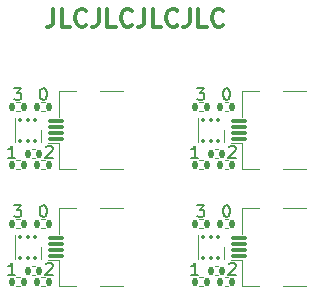
<source format=gto>
G04 #@! TF.GenerationSoftware,KiCad,Pcbnew,7.0.10*
G04 #@! TF.CreationDate,2024-01-04T17:00:18+01:00*
G04 #@! TF.ProjectId,temperature-sensor-2x2,74656d70-6572-4617-9475-72652d73656e,rev?*
G04 #@! TF.SameCoordinates,Original*
G04 #@! TF.FileFunction,Legend,Top*
G04 #@! TF.FilePolarity,Positive*
%FSLAX46Y46*%
G04 Gerber Fmt 4.6, Leading zero omitted, Abs format (unit mm)*
G04 Created by KiCad (PCBNEW 7.0.10) date 2024-01-04 17:00:18*
%MOMM*%
%LPD*%
G01*
G04 APERTURE LIST*
G04 Aperture macros list*
%AMRoundRect*
0 Rectangle with rounded corners*
0 $1 Rounding radius*
0 $2 $3 $4 $5 $6 $7 $8 $9 X,Y pos of 4 corners*
0 Add a 4 corners polygon primitive as box body*
4,1,4,$2,$3,$4,$5,$6,$7,$8,$9,$2,$3,0*
0 Add four circle primitives for the rounded corners*
1,1,$1+$1,$2,$3*
1,1,$1+$1,$4,$5*
1,1,$1+$1,$6,$7*
1,1,$1+$1,$8,$9*
0 Add four rect primitives between the rounded corners*
20,1,$1+$1,$2,$3,$4,$5,0*
20,1,$1+$1,$4,$5,$6,$7,0*
20,1,$1+$1,$6,$7,$8,$9,0*
20,1,$1+$1,$8,$9,$2,$3,0*%
G04 Aperture macros list end*
%ADD10C,0.300000*%
%ADD11C,0.150000*%
%ADD12C,0.120000*%
%ADD13C,0.000000*%
%ADD14C,0.500000*%
%ADD15RoundRect,0.075000X0.575000X-0.075000X0.575000X0.075000X-0.575000X0.075000X-0.575000X-0.075000X0*%
%ADD16R,1.600000X2.000000*%
%ADD17RoundRect,0.135000X-0.135000X-0.185000X0.135000X-0.185000X0.135000X0.185000X-0.135000X0.185000X0*%
%ADD18RoundRect,0.135000X0.135000X0.185000X-0.135000X0.185000X-0.135000X-0.185000X0.135000X-0.185000X0*%
%ADD19RoundRect,0.093750X-0.106250X0.093750X-0.106250X-0.093750X0.106250X-0.093750X0.106250X0.093750X0*%
%ADD20R,1.600000X1.000000*%
%ADD21RoundRect,0.140000X-0.140000X-0.170000X0.140000X-0.170000X0.140000X0.170000X-0.140000X0.170000X0*%
G04 APERTURE END LIST*
D10*
X141571428Y-21678328D02*
X141571428Y-22749757D01*
X141571428Y-22749757D02*
X141499999Y-22964042D01*
X141499999Y-22964042D02*
X141357142Y-23106900D01*
X141357142Y-23106900D02*
X141142856Y-23178328D01*
X141142856Y-23178328D02*
X140999999Y-23178328D01*
X142999999Y-23178328D02*
X142285713Y-23178328D01*
X142285713Y-23178328D02*
X142285713Y-21678328D01*
X144357142Y-23035471D02*
X144285714Y-23106900D01*
X144285714Y-23106900D02*
X144071428Y-23178328D01*
X144071428Y-23178328D02*
X143928571Y-23178328D01*
X143928571Y-23178328D02*
X143714285Y-23106900D01*
X143714285Y-23106900D02*
X143571428Y-22964042D01*
X143571428Y-22964042D02*
X143499999Y-22821185D01*
X143499999Y-22821185D02*
X143428571Y-22535471D01*
X143428571Y-22535471D02*
X143428571Y-22321185D01*
X143428571Y-22321185D02*
X143499999Y-22035471D01*
X143499999Y-22035471D02*
X143571428Y-21892614D01*
X143571428Y-21892614D02*
X143714285Y-21749757D01*
X143714285Y-21749757D02*
X143928571Y-21678328D01*
X143928571Y-21678328D02*
X144071428Y-21678328D01*
X144071428Y-21678328D02*
X144285714Y-21749757D01*
X144285714Y-21749757D02*
X144357142Y-21821185D01*
X145428571Y-21678328D02*
X145428571Y-22749757D01*
X145428571Y-22749757D02*
X145357142Y-22964042D01*
X145357142Y-22964042D02*
X145214285Y-23106900D01*
X145214285Y-23106900D02*
X144999999Y-23178328D01*
X144999999Y-23178328D02*
X144857142Y-23178328D01*
X146857142Y-23178328D02*
X146142856Y-23178328D01*
X146142856Y-23178328D02*
X146142856Y-21678328D01*
X148214285Y-23035471D02*
X148142857Y-23106900D01*
X148142857Y-23106900D02*
X147928571Y-23178328D01*
X147928571Y-23178328D02*
X147785714Y-23178328D01*
X147785714Y-23178328D02*
X147571428Y-23106900D01*
X147571428Y-23106900D02*
X147428571Y-22964042D01*
X147428571Y-22964042D02*
X147357142Y-22821185D01*
X147357142Y-22821185D02*
X147285714Y-22535471D01*
X147285714Y-22535471D02*
X147285714Y-22321185D01*
X147285714Y-22321185D02*
X147357142Y-22035471D01*
X147357142Y-22035471D02*
X147428571Y-21892614D01*
X147428571Y-21892614D02*
X147571428Y-21749757D01*
X147571428Y-21749757D02*
X147785714Y-21678328D01*
X147785714Y-21678328D02*
X147928571Y-21678328D01*
X147928571Y-21678328D02*
X148142857Y-21749757D01*
X148142857Y-21749757D02*
X148214285Y-21821185D01*
X149285714Y-21678328D02*
X149285714Y-22749757D01*
X149285714Y-22749757D02*
X149214285Y-22964042D01*
X149214285Y-22964042D02*
X149071428Y-23106900D01*
X149071428Y-23106900D02*
X148857142Y-23178328D01*
X148857142Y-23178328D02*
X148714285Y-23178328D01*
X150714285Y-23178328D02*
X149999999Y-23178328D01*
X149999999Y-23178328D02*
X149999999Y-21678328D01*
X152071428Y-23035471D02*
X152000000Y-23106900D01*
X152000000Y-23106900D02*
X151785714Y-23178328D01*
X151785714Y-23178328D02*
X151642857Y-23178328D01*
X151642857Y-23178328D02*
X151428571Y-23106900D01*
X151428571Y-23106900D02*
X151285714Y-22964042D01*
X151285714Y-22964042D02*
X151214285Y-22821185D01*
X151214285Y-22821185D02*
X151142857Y-22535471D01*
X151142857Y-22535471D02*
X151142857Y-22321185D01*
X151142857Y-22321185D02*
X151214285Y-22035471D01*
X151214285Y-22035471D02*
X151285714Y-21892614D01*
X151285714Y-21892614D02*
X151428571Y-21749757D01*
X151428571Y-21749757D02*
X151642857Y-21678328D01*
X151642857Y-21678328D02*
X151785714Y-21678328D01*
X151785714Y-21678328D02*
X152000000Y-21749757D01*
X152000000Y-21749757D02*
X152071428Y-21821185D01*
X153142857Y-21678328D02*
X153142857Y-22749757D01*
X153142857Y-22749757D02*
X153071428Y-22964042D01*
X153071428Y-22964042D02*
X152928571Y-23106900D01*
X152928571Y-23106900D02*
X152714285Y-23178328D01*
X152714285Y-23178328D02*
X152571428Y-23178328D01*
X154571428Y-23178328D02*
X153857142Y-23178328D01*
X153857142Y-23178328D02*
X153857142Y-21678328D01*
X155928571Y-23035471D02*
X155857143Y-23106900D01*
X155857143Y-23106900D02*
X155642857Y-23178328D01*
X155642857Y-23178328D02*
X155500000Y-23178328D01*
X155500000Y-23178328D02*
X155285714Y-23106900D01*
X155285714Y-23106900D02*
X155142857Y-22964042D01*
X155142857Y-22964042D02*
X155071428Y-22821185D01*
X155071428Y-22821185D02*
X155000000Y-22535471D01*
X155000000Y-22535471D02*
X155000000Y-22321185D01*
X155000000Y-22321185D02*
X155071428Y-22035471D01*
X155071428Y-22035471D02*
X155142857Y-21892614D01*
X155142857Y-21892614D02*
X155285714Y-21749757D01*
X155285714Y-21749757D02*
X155500000Y-21678328D01*
X155500000Y-21678328D02*
X155642857Y-21678328D01*
X155642857Y-21678328D02*
X155857143Y-21749757D01*
X155857143Y-21749757D02*
X155928571Y-21821185D01*
D11*
X153835714Y-44164819D02*
X153264286Y-44164819D01*
X153550000Y-44164819D02*
X153550000Y-43164819D01*
X153550000Y-43164819D02*
X153454762Y-43307676D01*
X153454762Y-43307676D02*
X153359524Y-43402914D01*
X153359524Y-43402914D02*
X153264286Y-43450533D01*
X138335714Y-44164819D02*
X137764286Y-44164819D01*
X138050000Y-44164819D02*
X138050000Y-43164819D01*
X138050000Y-43164819D02*
X137954762Y-43307676D01*
X137954762Y-43307676D02*
X137859524Y-43402914D01*
X137859524Y-43402914D02*
X137764286Y-43450533D01*
X156172381Y-38279819D02*
X156267619Y-38279819D01*
X156267619Y-38279819D02*
X156362857Y-38327438D01*
X156362857Y-38327438D02*
X156410476Y-38375057D01*
X156410476Y-38375057D02*
X156458095Y-38470295D01*
X156458095Y-38470295D02*
X156505714Y-38660771D01*
X156505714Y-38660771D02*
X156505714Y-38898866D01*
X156505714Y-38898866D02*
X156458095Y-39089342D01*
X156458095Y-39089342D02*
X156410476Y-39184580D01*
X156410476Y-39184580D02*
X156362857Y-39232200D01*
X156362857Y-39232200D02*
X156267619Y-39279819D01*
X156267619Y-39279819D02*
X156172381Y-39279819D01*
X156172381Y-39279819D02*
X156077143Y-39232200D01*
X156077143Y-39232200D02*
X156029524Y-39184580D01*
X156029524Y-39184580D02*
X155981905Y-39089342D01*
X155981905Y-39089342D02*
X155934286Y-38898866D01*
X155934286Y-38898866D02*
X155934286Y-38660771D01*
X155934286Y-38660771D02*
X155981905Y-38470295D01*
X155981905Y-38470295D02*
X156029524Y-38375057D01*
X156029524Y-38375057D02*
X156077143Y-38327438D01*
X156077143Y-38327438D02*
X156172381Y-38279819D01*
X156444286Y-33360057D02*
X156491905Y-33312438D01*
X156491905Y-33312438D02*
X156587143Y-33264819D01*
X156587143Y-33264819D02*
X156825238Y-33264819D01*
X156825238Y-33264819D02*
X156920476Y-33312438D01*
X156920476Y-33312438D02*
X156968095Y-33360057D01*
X156968095Y-33360057D02*
X157015714Y-33455295D01*
X157015714Y-33455295D02*
X157015714Y-33550533D01*
X157015714Y-33550533D02*
X156968095Y-33693390D01*
X156968095Y-33693390D02*
X156396667Y-34264819D01*
X156396667Y-34264819D02*
X157015714Y-34264819D01*
X140944286Y-33360057D02*
X140991905Y-33312438D01*
X140991905Y-33312438D02*
X141087143Y-33264819D01*
X141087143Y-33264819D02*
X141325238Y-33264819D01*
X141325238Y-33264819D02*
X141420476Y-33312438D01*
X141420476Y-33312438D02*
X141468095Y-33360057D01*
X141468095Y-33360057D02*
X141515714Y-33455295D01*
X141515714Y-33455295D02*
X141515714Y-33550533D01*
X141515714Y-33550533D02*
X141468095Y-33693390D01*
X141468095Y-33693390D02*
X140896667Y-34264819D01*
X140896667Y-34264819D02*
X141515714Y-34264819D01*
X138226667Y-28379819D02*
X138845714Y-28379819D01*
X138845714Y-28379819D02*
X138512381Y-28760771D01*
X138512381Y-28760771D02*
X138655238Y-28760771D01*
X138655238Y-28760771D02*
X138750476Y-28808390D01*
X138750476Y-28808390D02*
X138798095Y-28856009D01*
X138798095Y-28856009D02*
X138845714Y-28951247D01*
X138845714Y-28951247D02*
X138845714Y-29189342D01*
X138845714Y-29189342D02*
X138798095Y-29284580D01*
X138798095Y-29284580D02*
X138750476Y-29332200D01*
X138750476Y-29332200D02*
X138655238Y-29379819D01*
X138655238Y-29379819D02*
X138369524Y-29379819D01*
X138369524Y-29379819D02*
X138274286Y-29332200D01*
X138274286Y-29332200D02*
X138226667Y-29284580D01*
X140672381Y-28379819D02*
X140767619Y-28379819D01*
X140767619Y-28379819D02*
X140862857Y-28427438D01*
X140862857Y-28427438D02*
X140910476Y-28475057D01*
X140910476Y-28475057D02*
X140958095Y-28570295D01*
X140958095Y-28570295D02*
X141005714Y-28760771D01*
X141005714Y-28760771D02*
X141005714Y-28998866D01*
X141005714Y-28998866D02*
X140958095Y-29189342D01*
X140958095Y-29189342D02*
X140910476Y-29284580D01*
X140910476Y-29284580D02*
X140862857Y-29332200D01*
X140862857Y-29332200D02*
X140767619Y-29379819D01*
X140767619Y-29379819D02*
X140672381Y-29379819D01*
X140672381Y-29379819D02*
X140577143Y-29332200D01*
X140577143Y-29332200D02*
X140529524Y-29284580D01*
X140529524Y-29284580D02*
X140481905Y-29189342D01*
X140481905Y-29189342D02*
X140434286Y-28998866D01*
X140434286Y-28998866D02*
X140434286Y-28760771D01*
X140434286Y-28760771D02*
X140481905Y-28570295D01*
X140481905Y-28570295D02*
X140529524Y-28475057D01*
X140529524Y-28475057D02*
X140577143Y-28427438D01*
X140577143Y-28427438D02*
X140672381Y-28379819D01*
X156172381Y-28379819D02*
X156267619Y-28379819D01*
X156267619Y-28379819D02*
X156362857Y-28427438D01*
X156362857Y-28427438D02*
X156410476Y-28475057D01*
X156410476Y-28475057D02*
X156458095Y-28570295D01*
X156458095Y-28570295D02*
X156505714Y-28760771D01*
X156505714Y-28760771D02*
X156505714Y-28998866D01*
X156505714Y-28998866D02*
X156458095Y-29189342D01*
X156458095Y-29189342D02*
X156410476Y-29284580D01*
X156410476Y-29284580D02*
X156362857Y-29332200D01*
X156362857Y-29332200D02*
X156267619Y-29379819D01*
X156267619Y-29379819D02*
X156172381Y-29379819D01*
X156172381Y-29379819D02*
X156077143Y-29332200D01*
X156077143Y-29332200D02*
X156029524Y-29284580D01*
X156029524Y-29284580D02*
X155981905Y-29189342D01*
X155981905Y-29189342D02*
X155934286Y-28998866D01*
X155934286Y-28998866D02*
X155934286Y-28760771D01*
X155934286Y-28760771D02*
X155981905Y-28570295D01*
X155981905Y-28570295D02*
X156029524Y-28475057D01*
X156029524Y-28475057D02*
X156077143Y-28427438D01*
X156077143Y-28427438D02*
X156172381Y-28379819D01*
X140944286Y-43260057D02*
X140991905Y-43212438D01*
X140991905Y-43212438D02*
X141087143Y-43164819D01*
X141087143Y-43164819D02*
X141325238Y-43164819D01*
X141325238Y-43164819D02*
X141420476Y-43212438D01*
X141420476Y-43212438D02*
X141468095Y-43260057D01*
X141468095Y-43260057D02*
X141515714Y-43355295D01*
X141515714Y-43355295D02*
X141515714Y-43450533D01*
X141515714Y-43450533D02*
X141468095Y-43593390D01*
X141468095Y-43593390D02*
X140896667Y-44164819D01*
X140896667Y-44164819D02*
X141515714Y-44164819D01*
X138335714Y-34264819D02*
X137764286Y-34264819D01*
X138050000Y-34264819D02*
X138050000Y-33264819D01*
X138050000Y-33264819D02*
X137954762Y-33407676D01*
X137954762Y-33407676D02*
X137859524Y-33502914D01*
X137859524Y-33502914D02*
X137764286Y-33550533D01*
X138226667Y-38279819D02*
X138845714Y-38279819D01*
X138845714Y-38279819D02*
X138512381Y-38660771D01*
X138512381Y-38660771D02*
X138655238Y-38660771D01*
X138655238Y-38660771D02*
X138750476Y-38708390D01*
X138750476Y-38708390D02*
X138798095Y-38756009D01*
X138798095Y-38756009D02*
X138845714Y-38851247D01*
X138845714Y-38851247D02*
X138845714Y-39089342D01*
X138845714Y-39089342D02*
X138798095Y-39184580D01*
X138798095Y-39184580D02*
X138750476Y-39232200D01*
X138750476Y-39232200D02*
X138655238Y-39279819D01*
X138655238Y-39279819D02*
X138369524Y-39279819D01*
X138369524Y-39279819D02*
X138274286Y-39232200D01*
X138274286Y-39232200D02*
X138226667Y-39184580D01*
X153835714Y-34264819D02*
X153264286Y-34264819D01*
X153550000Y-34264819D02*
X153550000Y-33264819D01*
X153550000Y-33264819D02*
X153454762Y-33407676D01*
X153454762Y-33407676D02*
X153359524Y-33502914D01*
X153359524Y-33502914D02*
X153264286Y-33550533D01*
X156444286Y-43260057D02*
X156491905Y-43212438D01*
X156491905Y-43212438D02*
X156587143Y-43164819D01*
X156587143Y-43164819D02*
X156825238Y-43164819D01*
X156825238Y-43164819D02*
X156920476Y-43212438D01*
X156920476Y-43212438D02*
X156968095Y-43260057D01*
X156968095Y-43260057D02*
X157015714Y-43355295D01*
X157015714Y-43355295D02*
X157015714Y-43450533D01*
X157015714Y-43450533D02*
X156968095Y-43593390D01*
X156968095Y-43593390D02*
X156396667Y-44164819D01*
X156396667Y-44164819D02*
X157015714Y-44164819D01*
X140672381Y-38279819D02*
X140767619Y-38279819D01*
X140767619Y-38279819D02*
X140862857Y-38327438D01*
X140862857Y-38327438D02*
X140910476Y-38375057D01*
X140910476Y-38375057D02*
X140958095Y-38470295D01*
X140958095Y-38470295D02*
X141005714Y-38660771D01*
X141005714Y-38660771D02*
X141005714Y-38898866D01*
X141005714Y-38898866D02*
X140958095Y-39089342D01*
X140958095Y-39089342D02*
X140910476Y-39184580D01*
X140910476Y-39184580D02*
X140862857Y-39232200D01*
X140862857Y-39232200D02*
X140767619Y-39279819D01*
X140767619Y-39279819D02*
X140672381Y-39279819D01*
X140672381Y-39279819D02*
X140577143Y-39232200D01*
X140577143Y-39232200D02*
X140529524Y-39184580D01*
X140529524Y-39184580D02*
X140481905Y-39089342D01*
X140481905Y-39089342D02*
X140434286Y-38898866D01*
X140434286Y-38898866D02*
X140434286Y-38660771D01*
X140434286Y-38660771D02*
X140481905Y-38470295D01*
X140481905Y-38470295D02*
X140529524Y-38375057D01*
X140529524Y-38375057D02*
X140577143Y-38327438D01*
X140577143Y-38327438D02*
X140672381Y-38279819D01*
X153726667Y-38279819D02*
X154345714Y-38279819D01*
X154345714Y-38279819D02*
X154012381Y-38660771D01*
X154012381Y-38660771D02*
X154155238Y-38660771D01*
X154155238Y-38660771D02*
X154250476Y-38708390D01*
X154250476Y-38708390D02*
X154298095Y-38756009D01*
X154298095Y-38756009D02*
X154345714Y-38851247D01*
X154345714Y-38851247D02*
X154345714Y-39089342D01*
X154345714Y-39089342D02*
X154298095Y-39184580D01*
X154298095Y-39184580D02*
X154250476Y-39232200D01*
X154250476Y-39232200D02*
X154155238Y-39279819D01*
X154155238Y-39279819D02*
X153869524Y-39279819D01*
X153869524Y-39279819D02*
X153774286Y-39232200D01*
X153774286Y-39232200D02*
X153726667Y-39184580D01*
X153726667Y-28379819D02*
X154345714Y-28379819D01*
X154345714Y-28379819D02*
X154012381Y-28760771D01*
X154012381Y-28760771D02*
X154155238Y-28760771D01*
X154155238Y-28760771D02*
X154250476Y-28808390D01*
X154250476Y-28808390D02*
X154298095Y-28856009D01*
X154298095Y-28856009D02*
X154345714Y-28951247D01*
X154345714Y-28951247D02*
X154345714Y-29189342D01*
X154345714Y-29189342D02*
X154298095Y-29284580D01*
X154298095Y-29284580D02*
X154250476Y-29332200D01*
X154250476Y-29332200D02*
X154155238Y-29379819D01*
X154155238Y-29379819D02*
X153869524Y-29379819D01*
X153869524Y-29379819D02*
X153774286Y-29332200D01*
X153774286Y-29332200D02*
X153726667Y-29284580D01*
D12*
X142040000Y-45160000D02*
X142040000Y-42960000D01*
X143470000Y-45160000D02*
X142040000Y-45160000D01*
X147500000Y-45160000D02*
X145490000Y-45160000D01*
X142040000Y-42960000D02*
X141150000Y-42960000D01*
X142040000Y-40740000D02*
X142040000Y-38540000D01*
X143470000Y-38540000D02*
X142040000Y-38540000D01*
X147500000Y-38540000D02*
X145490000Y-38540000D01*
X153906359Y-44385000D02*
X154213641Y-44385000D01*
X153906359Y-45145000D02*
X154213641Y-45145000D01*
X156066359Y-29575000D02*
X156373641Y-29575000D01*
X156066359Y-30335000D02*
X156373641Y-30335000D01*
X138713641Y-30335000D02*
X138406359Y-30335000D01*
X138713641Y-29575000D02*
X138406359Y-29575000D01*
X140566359Y-39475000D02*
X140873641Y-39475000D01*
X140566359Y-40235000D02*
X140873641Y-40235000D01*
X138713641Y-40235000D02*
X138406359Y-40235000D01*
X138713641Y-39475000D02*
X138406359Y-39475000D01*
X138290000Y-30950000D02*
X138290000Y-32950000D01*
X140510000Y-31950000D02*
X140510000Y-32950000D01*
X153790000Y-40850000D02*
X153790000Y-42850000D01*
X156010000Y-41850000D02*
X156010000Y-42850000D01*
X153906359Y-34485000D02*
X154213641Y-34485000D01*
X153906359Y-35245000D02*
X154213641Y-35245000D01*
X153790000Y-30950000D02*
X153790000Y-32950000D01*
X156010000Y-31950000D02*
X156010000Y-32950000D01*
X156066359Y-39475000D02*
X156373641Y-39475000D01*
X156066359Y-40235000D02*
X156373641Y-40235000D01*
X140873641Y-35245000D02*
X140566359Y-35245000D01*
X140873641Y-34485000D02*
X140566359Y-34485000D01*
X139772164Y-43475000D02*
X139987836Y-43475000D01*
X139772164Y-44195000D02*
X139987836Y-44195000D01*
X156373641Y-35245000D02*
X156066359Y-35245000D01*
X156373641Y-34485000D02*
X156066359Y-34485000D01*
X154213641Y-30335000D02*
X153906359Y-30335000D01*
X154213641Y-29575000D02*
X153906359Y-29575000D01*
X157540000Y-35260000D02*
X157540000Y-33060000D01*
X158970000Y-35260000D02*
X157540000Y-35260000D01*
X163000000Y-35260000D02*
X160990000Y-35260000D01*
X157540000Y-33060000D02*
X156650000Y-33060000D01*
X157540000Y-30840000D02*
X157540000Y-28640000D01*
X158970000Y-28640000D02*
X157540000Y-28640000D01*
X163000000Y-28640000D02*
X160990000Y-28640000D01*
X155272164Y-33575000D02*
X155487836Y-33575000D01*
X155272164Y-34295000D02*
X155487836Y-34295000D01*
X155272164Y-43475000D02*
X155487836Y-43475000D01*
X155272164Y-44195000D02*
X155487836Y-44195000D01*
X138406359Y-34485000D02*
X138713641Y-34485000D01*
X138406359Y-35245000D02*
X138713641Y-35245000D01*
X154213641Y-40235000D02*
X153906359Y-40235000D01*
X154213641Y-39475000D02*
X153906359Y-39475000D01*
X139772164Y-33575000D02*
X139987836Y-33575000D01*
X139772164Y-34295000D02*
X139987836Y-34295000D01*
X140873641Y-45145000D02*
X140566359Y-45145000D01*
X140873641Y-44385000D02*
X140566359Y-44385000D01*
X156373641Y-45145000D02*
X156066359Y-45145000D01*
X156373641Y-44385000D02*
X156066359Y-44385000D01*
X140566359Y-29575000D02*
X140873641Y-29575000D01*
X140566359Y-30335000D02*
X140873641Y-30335000D01*
X157540000Y-45160000D02*
X157540000Y-42960000D01*
X158970000Y-45160000D02*
X157540000Y-45160000D01*
X163000000Y-45160000D02*
X160990000Y-45160000D01*
X157540000Y-42960000D02*
X156650000Y-42960000D01*
X157540000Y-40740000D02*
X157540000Y-38540000D01*
X158970000Y-38540000D02*
X157540000Y-38540000D01*
X163000000Y-38540000D02*
X160990000Y-38540000D01*
X138290000Y-40850000D02*
X138290000Y-42850000D01*
X140510000Y-41850000D02*
X140510000Y-42850000D01*
X138406359Y-44385000D02*
X138713641Y-44385000D01*
X138406359Y-45145000D02*
X138713641Y-45145000D01*
X142040000Y-35260000D02*
X142040000Y-33060000D01*
X143470000Y-35260000D02*
X142040000Y-35260000D01*
X147500000Y-35260000D02*
X145490000Y-35260000D01*
X142040000Y-33060000D02*
X141150000Y-33060000D01*
X142040000Y-30840000D02*
X142040000Y-28640000D01*
X143470000Y-28640000D02*
X142040000Y-28640000D01*
X147500000Y-28640000D02*
X145490000Y-28640000D01*
%LPC*%
D13*
G36*
X153700000Y-31450000D02*
G01*
X153700000Y-32450000D01*
X152700000Y-33450000D01*
X149700000Y-33450000D01*
X149700000Y-30450000D01*
X152700000Y-30450000D01*
X153700000Y-31450000D01*
G37*
G36*
X138200000Y-31450000D02*
G01*
X138200000Y-32450000D01*
X137200000Y-33450000D01*
X134200000Y-33450000D01*
X134200000Y-30450000D01*
X137200000Y-30450000D01*
X138200000Y-31450000D01*
G37*
G36*
X138200000Y-41350000D02*
G01*
X138200000Y-42350000D01*
X137200000Y-43350000D01*
X134200000Y-43350000D01*
X134200000Y-40350000D01*
X137200000Y-40350000D01*
X138200000Y-41350000D01*
G37*
G36*
X153700000Y-41350000D02*
G01*
X153700000Y-42350000D01*
X152700000Y-43350000D01*
X149700000Y-43350000D01*
X149700000Y-40350000D01*
X152700000Y-40350000D01*
X153700000Y-41350000D01*
G37*
D14*
X140250000Y-36100000D03*
X142250013Y-37700310D03*
D15*
X141800000Y-42600000D03*
X141800000Y-42100000D03*
X141800000Y-41600000D03*
X141800000Y-41100000D03*
D16*
X144480000Y-44300000D03*
X144480000Y-39400000D03*
D14*
X140250000Y-27800000D03*
X156750000Y-46000000D03*
D17*
X153550000Y-44765000D03*
X154570000Y-44765000D03*
X155710000Y-29955000D03*
X156730000Y-29955000D03*
D18*
X139070000Y-29955000D03*
X138050000Y-29955000D03*
D14*
X141250013Y-37700240D03*
X142250000Y-27800000D03*
D17*
X140210000Y-39855000D03*
X141230000Y-39855000D03*
D14*
X154750000Y-36100000D03*
X154750000Y-27800000D03*
X157750000Y-36100000D03*
X155750000Y-36100000D03*
X139250000Y-46000000D03*
X142250000Y-46000000D03*
D18*
X139070000Y-39855000D03*
X138050000Y-39855000D03*
D14*
X154750000Y-37700000D03*
X140250014Y-37700171D03*
D19*
X140050000Y-31062500D03*
X139400000Y-31062500D03*
X138750000Y-31062500D03*
X138750000Y-32837500D03*
X139400000Y-32837500D03*
X140050000Y-32837500D03*
D20*
X139400000Y-31950000D03*
D19*
X155550000Y-40962500D03*
X154900000Y-40962500D03*
X154250000Y-40962500D03*
X154250000Y-42737500D03*
X154900000Y-42737500D03*
X155550000Y-42737500D03*
D20*
X154900000Y-41850000D03*
D14*
X141250000Y-46000000D03*
D17*
X153550000Y-34865000D03*
X154570000Y-34865000D03*
D14*
X157750000Y-46000000D03*
X140250000Y-46000000D03*
D19*
X155550000Y-31062500D03*
X154900000Y-31062500D03*
X154250000Y-31062500D03*
X154250000Y-32837500D03*
X154900000Y-32837500D03*
X155550000Y-32837500D03*
D20*
X154900000Y-31950000D03*
D14*
X157750000Y-37700000D03*
X154750000Y-46000000D03*
D17*
X155710000Y-39855000D03*
X156730000Y-39855000D03*
D18*
X141230000Y-34865000D03*
X140210000Y-34865000D03*
D21*
X139400000Y-43835000D03*
X140360000Y-43835000D03*
D18*
X156730000Y-34865000D03*
X155710000Y-34865000D03*
X154570000Y-29955000D03*
X153550000Y-29955000D03*
D14*
X139250014Y-37700102D03*
X141250000Y-36100000D03*
X156750000Y-27800000D03*
D15*
X157300000Y-32700000D03*
X157300000Y-32200000D03*
X157300000Y-31700000D03*
X157300000Y-31200000D03*
D16*
X159980000Y-34400000D03*
X159980000Y-29500000D03*
D21*
X154900000Y-33935000D03*
X155860000Y-33935000D03*
X154900000Y-43835000D03*
X155860000Y-43835000D03*
D17*
X138050000Y-34865000D03*
X139070000Y-34865000D03*
D18*
X154570000Y-39855000D03*
X153550000Y-39855000D03*
D14*
X141250000Y-27800000D03*
X139250000Y-36100000D03*
D21*
X139400000Y-33935000D03*
X140360000Y-33935000D03*
D18*
X141230000Y-44765000D03*
X140210000Y-44765000D03*
D14*
X156750000Y-36100000D03*
X142250000Y-36100000D03*
X157750000Y-27800000D03*
D18*
X156730000Y-44765000D03*
X155710000Y-44765000D03*
D17*
X140210000Y-29955000D03*
X141230000Y-29955000D03*
D14*
X139250000Y-27800000D03*
X155750000Y-46000000D03*
X155750000Y-37700000D03*
X155750000Y-27800000D03*
D15*
X157300000Y-42600000D03*
X157300000Y-42100000D03*
X157300000Y-41600000D03*
X157300000Y-41100000D03*
D16*
X159980000Y-44300000D03*
X159980000Y-39400000D03*
D19*
X140050000Y-40962500D03*
X139400000Y-40962500D03*
X138750000Y-40962500D03*
X138750000Y-42737500D03*
X139400000Y-42737500D03*
X140050000Y-42737500D03*
D20*
X139400000Y-41850000D03*
D14*
X156750000Y-37700000D03*
D17*
X138050000Y-44765000D03*
X139070000Y-44765000D03*
D15*
X141800000Y-32700000D03*
X141800000Y-32200000D03*
X141800000Y-31700000D03*
X141800000Y-31200000D03*
D16*
X144480000Y-34400000D03*
X144480000Y-29500000D03*
%LPD*%
M02*

</source>
